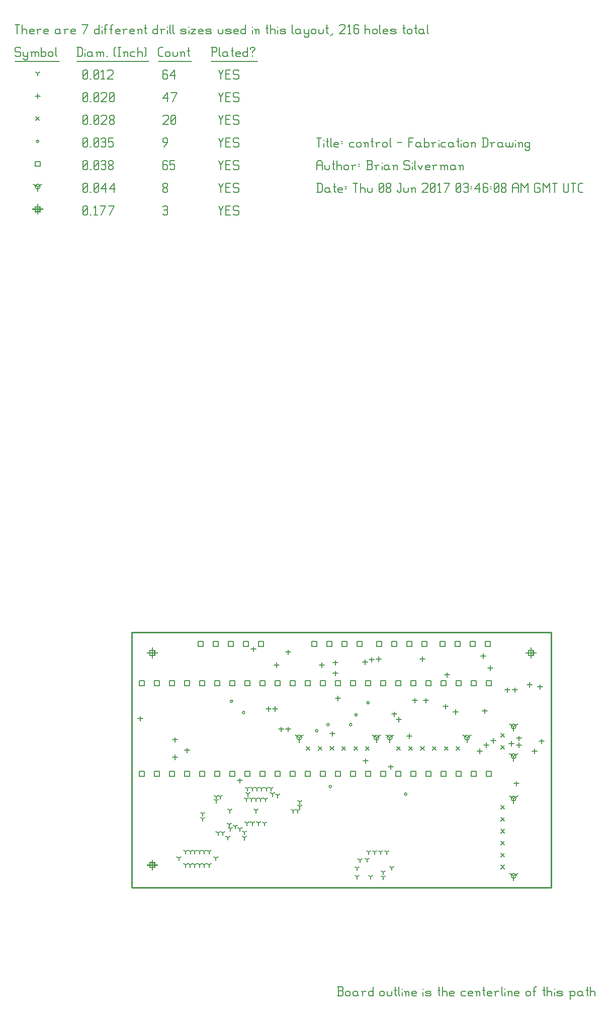
<source format=gbr>
G04 start of page 12 for group -3984 idx -3984 *
G04 Title: control, fab *
G04 Creator: pcb 20140316 *
G04 CreationDate: Thu 08 Jun 2017 03:46:08 AM GMT UTC *
G04 For: brian *
G04 Format: Gerber/RS-274X *
G04 PCB-Dimensions (mil): 6000.00 5000.00 *
G04 PCB-Coordinate-Origin: lower left *
%MOIN*%
%FSLAX25Y25*%
%LNFAB*%
%ADD97C,0.0100*%
%ADD96C,0.0075*%
%ADD95C,0.0060*%
%ADD94R,0.0080X0.0080*%
G54D94*X342000Y220700D02*Y214300D01*
X338800Y217500D02*X345200D01*
X340400Y219100D02*X343600D01*
X340400D02*Y215900D01*
X343600D01*
Y219100D02*Y215900D01*
X91000Y220700D02*Y214300D01*
X87800Y217500D02*X94200D01*
X89400Y219100D02*X92600D01*
X89400D02*Y215900D01*
X92600D01*
Y219100D02*Y215900D01*
X91000Y80200D02*Y73800D01*
X87800Y77000D02*X94200D01*
X89400Y78600D02*X92600D01*
X89400D02*Y75400D01*
X92600D01*
Y78600D02*Y75400D01*
X15000Y514450D02*Y508050D01*
X11800Y511250D02*X18200D01*
X13400Y512850D02*X16600D01*
X13400D02*Y509650D01*
X16600D01*
Y512850D02*Y509650D01*
G54D95*X135000Y513500D02*X136500Y510500D01*
X138000Y513500D01*
X136500Y510500D02*Y507500D01*
X139800Y510800D02*X142050D01*
X139800Y507500D02*X142800D01*
X139800Y513500D02*Y507500D01*
Y513500D02*X142800D01*
X147600D02*X148350Y512750D01*
X145350Y513500D02*X147600D01*
X144600Y512750D02*X145350Y513500D01*
X144600Y512750D02*Y511250D01*
X145350Y510500D01*
X147600D01*
X148350Y509750D01*
Y508250D01*
X147600Y507500D02*X148350Y508250D01*
X145350Y507500D02*X147600D01*
X144600Y508250D02*X145350Y507500D01*
X98000Y512750D02*X98750Y513500D01*
X100250D01*
X101000Y512750D01*
X100250Y507500D02*X101000Y508250D01*
X98750Y507500D02*X100250D01*
X98000Y508250D02*X98750Y507500D01*
Y510800D02*X100250D01*
X101000Y512750D02*Y511550D01*
Y510050D02*Y508250D01*
Y510050D02*X100250Y510800D01*
X101000Y511550D02*X100250Y510800D01*
X45000Y508250D02*X45750Y507500D01*
X45000Y512750D02*Y508250D01*
Y512750D02*X45750Y513500D01*
X47250D01*
X48000Y512750D01*
Y508250D01*
X47250Y507500D02*X48000Y508250D01*
X45750Y507500D02*X47250D01*
X45000Y509000D02*X48000Y512000D01*
X49800Y507500D02*X50550D01*
X52350Y512300D02*X53550Y513500D01*
Y507500D01*
X52350D02*X54600D01*
X57150D02*X60150Y513500D01*
X56400D02*X60150D01*
X62700Y507500D02*X65700Y513500D01*
X61950D02*X65700D01*
X239591Y161484D02*Y158284D01*
Y161484D02*X242364Y163084D01*
X239591Y161484D02*X236818Y163084D01*
X237991Y161484D02*G75*G03X241191Y161484I1600J0D01*G01*
G75*G03X237991Y161484I-1600J0D01*G01*
X188409D02*Y158284D01*
Y161484D02*X191182Y163084D01*
X188409Y161484D02*X185636Y163084D01*
X186809Y161484D02*G75*G03X190009Y161484I1600J0D01*G01*
G75*G03X186809Y161484I-1600J0D01*G01*
X330484Y149157D02*Y145957D01*
Y149157D02*X333257Y150757D01*
X330484Y149157D02*X327711Y150757D01*
X328884Y149157D02*G75*G03X332084Y149157I1600J0D01*G01*
G75*G03X328884Y149157I-1600J0D01*G01*
X330484Y168843D02*Y165643D01*
Y168843D02*X333257Y170443D01*
X330484Y168843D02*X327711Y170443D01*
X328884Y168843D02*G75*G03X332084Y168843I1600J0D01*G01*
G75*G03X328884Y168843I-1600J0D01*G01*
X330484Y69909D02*Y66709D01*
Y69909D02*X333257Y71509D01*
X330484Y69909D02*X327711Y71509D01*
X328884Y69909D02*G75*G03X332084Y69909I1600J0D01*G01*
G75*G03X328884Y69909I-1600J0D01*G01*
X330484Y121091D02*Y117891D01*
Y121091D02*X333257Y122691D01*
X330484Y121091D02*X327711Y122691D01*
X328884Y121091D02*G75*G03X332084Y121091I1600J0D01*G01*
G75*G03X328884Y121091I-1600J0D01*G01*
X299591Y161484D02*Y158284D01*
Y161484D02*X302364Y163084D01*
X299591Y161484D02*X296818Y163084D01*
X297991Y161484D02*G75*G03X301191Y161484I1600J0D01*G01*
G75*G03X297991Y161484I-1600J0D01*G01*
X248409D02*Y158284D01*
Y161484D02*X251182Y163084D01*
X248409Y161484D02*X245636Y163084D01*
X246809Y161484D02*G75*G03X250009Y161484I1600J0D01*G01*
G75*G03X246809Y161484I-1600J0D01*G01*
X15000Y526250D02*Y523050D01*
Y526250D02*X17773Y527850D01*
X15000Y526250D02*X12227Y527850D01*
X13400Y526250D02*G75*G03X16600Y526250I1600J0D01*G01*
G75*G03X13400Y526250I-1600J0D01*G01*
X135000Y528500D02*X136500Y525500D01*
X138000Y528500D01*
X136500Y525500D02*Y522500D01*
X139800Y525800D02*X142050D01*
X139800Y522500D02*X142800D01*
X139800Y528500D02*Y522500D01*
Y528500D02*X142800D01*
X147600D02*X148350Y527750D01*
X145350Y528500D02*X147600D01*
X144600Y527750D02*X145350Y528500D01*
X144600Y527750D02*Y526250D01*
X145350Y525500D01*
X147600D01*
X148350Y524750D01*
Y523250D01*
X147600Y522500D02*X148350Y523250D01*
X145350Y522500D02*X147600D01*
X144600Y523250D02*X145350Y522500D01*
X98000Y523250D02*X98750Y522500D01*
X98000Y524450D02*Y523250D01*
Y524450D02*X99050Y525500D01*
X99950D01*
X101000Y524450D01*
Y523250D01*
X100250Y522500D02*X101000Y523250D01*
X98750Y522500D02*X100250D01*
X98000Y526550D02*X99050Y525500D01*
X98000Y527750D02*Y526550D01*
Y527750D02*X98750Y528500D01*
X100250D01*
X101000Y527750D01*
Y526550D01*
X99950Y525500D02*X101000Y526550D01*
X45000Y523250D02*X45750Y522500D01*
X45000Y527750D02*Y523250D01*
Y527750D02*X45750Y528500D01*
X47250D01*
X48000Y527750D01*
Y523250D01*
X47250Y522500D02*X48000Y523250D01*
X45750Y522500D02*X47250D01*
X45000Y524000D02*X48000Y527000D01*
X49800Y522500D02*X50550D01*
X52350Y523250D02*X53100Y522500D01*
X52350Y527750D02*Y523250D01*
Y527750D02*X53100Y528500D01*
X54600D01*
X55350Y527750D01*
Y523250D01*
X54600Y522500D02*X55350Y523250D01*
X53100Y522500D02*X54600D01*
X52350Y524000D02*X55350Y527000D01*
X57150Y524750D02*X60150Y528500D01*
X57150Y524750D02*X60900D01*
X60150Y528500D02*Y522500D01*
X62700Y524750D02*X65700Y528500D01*
X62700Y524750D02*X66450D01*
X65700Y528500D02*Y522500D01*
X239900Y225100D02*X243100D01*
X239900D02*Y221900D01*
X243100D01*
Y225100D02*Y221900D01*
X249900Y225100D02*X253100D01*
X249900D02*Y221900D01*
X253100D01*
Y225100D02*Y221900D01*
X259900Y225100D02*X263100D01*
X259900D02*Y221900D01*
X263100D01*
Y225100D02*Y221900D01*
X269900Y225100D02*X273100D01*
X269900D02*Y221900D01*
X273100D01*
Y225100D02*Y221900D01*
X196900Y225100D02*X200100D01*
X196900D02*Y221900D01*
X200100D01*
Y225100D02*Y221900D01*
X206900Y225100D02*X210100D01*
X206900D02*Y221900D01*
X210100D01*
Y225100D02*Y221900D01*
X216900Y225100D02*X220100D01*
X216900D02*Y221900D01*
X220100D01*
Y225100D02*Y221900D01*
X226900Y225100D02*X230100D01*
X226900D02*Y221900D01*
X230100D01*
Y225100D02*Y221900D01*
X311900Y225100D02*X315100D01*
X311900D02*Y221900D01*
X315100D01*
Y225100D02*Y221900D01*
X301900Y225100D02*X305100D01*
X301900D02*Y221900D01*
X305100D01*
Y225100D02*Y221900D01*
X291900Y225100D02*X295100D01*
X291900D02*Y221900D01*
X295100D01*
Y225100D02*Y221900D01*
X281900Y225100D02*X285100D01*
X281900D02*Y221900D01*
X285100D01*
Y225100D02*Y221900D01*
X121400Y225100D02*X124600D01*
X121400D02*Y221900D01*
X124600D01*
Y225100D02*Y221900D01*
X131400Y225100D02*X134600D01*
X131400D02*Y221900D01*
X134600D01*
Y225100D02*Y221900D01*
X141400Y225100D02*X144600D01*
X141400D02*Y221900D01*
X144600D01*
Y225100D02*Y221900D01*
X151400Y225100D02*X154600D01*
X151400D02*Y221900D01*
X154600D01*
Y225100D02*Y221900D01*
X161400Y225100D02*X164600D01*
X161400D02*Y221900D01*
X164600D01*
Y225100D02*Y221900D01*
X82400Y139100D02*X85600D01*
X82400D02*Y135900D01*
X85600D01*
Y139100D02*Y135900D01*
X92400Y139100D02*X95600D01*
X92400D02*Y135900D01*
X95600D01*
Y139100D02*Y135900D01*
X102400Y139100D02*X105600D01*
X102400D02*Y135900D01*
X105600D01*
Y139100D02*Y135900D01*
X112400Y139100D02*X115600D01*
X112400D02*Y135900D01*
X115600D01*
Y139100D02*Y135900D01*
X122400Y139100D02*X125600D01*
X122400D02*Y135900D01*
X125600D01*
Y139100D02*Y135900D01*
X132400Y139100D02*X135600D01*
X132400D02*Y135900D01*
X135600D01*
Y139100D02*Y135900D01*
X142400Y139100D02*X145600D01*
X142400D02*Y135900D01*
X145600D01*
Y139100D02*Y135900D01*
X152400Y139100D02*X155600D01*
X152400D02*Y135900D01*
X155600D01*
Y139100D02*Y135900D01*
X162400Y139100D02*X165600D01*
X162400D02*Y135900D01*
X165600D01*
Y139100D02*Y135900D01*
X172400Y139100D02*X175600D01*
X172400D02*Y135900D01*
X175600D01*
Y139100D02*Y135900D01*
X182400Y139100D02*X185600D01*
X182400D02*Y135900D01*
X185600D01*
Y139100D02*Y135900D01*
X192400Y139100D02*X195600D01*
X192400D02*Y135900D01*
X195600D01*
Y139100D02*Y135900D01*
X202400Y139100D02*X205600D01*
X202400D02*Y135900D01*
X205600D01*
Y139100D02*Y135900D01*
X212400Y139100D02*X215600D01*
X212400D02*Y135900D01*
X215600D01*
Y139100D02*Y135900D01*
X222400Y139100D02*X225600D01*
X222400D02*Y135900D01*
X225600D01*
Y139100D02*Y135900D01*
X232400Y139100D02*X235600D01*
X232400D02*Y135900D01*
X235600D01*
Y139100D02*Y135900D01*
X242400Y139100D02*X245600D01*
X242400D02*Y135900D01*
X245600D01*
Y139100D02*Y135900D01*
X252400Y139100D02*X255600D01*
X252400D02*Y135900D01*
X255600D01*
Y139100D02*Y135900D01*
X262400Y139100D02*X265600D01*
X262400D02*Y135900D01*
X265600D01*
Y139100D02*Y135900D01*
X272400Y139100D02*X275600D01*
X272400D02*Y135900D01*
X275600D01*
Y139100D02*Y135900D01*
X282400Y139100D02*X285600D01*
X282400D02*Y135900D01*
X285600D01*
Y139100D02*Y135900D01*
X292400Y139100D02*X295600D01*
X292400D02*Y135900D01*
X295600D01*
Y139100D02*Y135900D01*
X302400Y139100D02*X305600D01*
X302400D02*Y135900D01*
X305600D01*
Y139100D02*Y135900D01*
X312400Y139100D02*X315600D01*
X312400D02*Y135900D01*
X315600D01*
Y139100D02*Y135900D01*
X312400Y199100D02*X315600D01*
X312400D02*Y195900D01*
X315600D01*
Y199100D02*Y195900D01*
X302400Y199100D02*X305600D01*
X302400D02*Y195900D01*
X305600D01*
Y199100D02*Y195900D01*
X292400Y199100D02*X295600D01*
X292400D02*Y195900D01*
X295600D01*
Y199100D02*Y195900D01*
X282400Y199100D02*X285600D01*
X282400D02*Y195900D01*
X285600D01*
Y199100D02*Y195900D01*
X272400Y199100D02*X275600D01*
X272400D02*Y195900D01*
X275600D01*
Y199100D02*Y195900D01*
X262400Y199100D02*X265600D01*
X262400D02*Y195900D01*
X265600D01*
Y199100D02*Y195900D01*
X252400Y199100D02*X255600D01*
X252400D02*Y195900D01*
X255600D01*
Y199100D02*Y195900D01*
X242400Y199100D02*X245600D01*
X242400D02*Y195900D01*
X245600D01*
Y199100D02*Y195900D01*
X232400Y199100D02*X235600D01*
X232400D02*Y195900D01*
X235600D01*
Y199100D02*Y195900D01*
X222400Y199100D02*X225600D01*
X222400D02*Y195900D01*
X225600D01*
Y199100D02*Y195900D01*
X212400Y199100D02*X215600D01*
X212400D02*Y195900D01*
X215600D01*
Y199100D02*Y195900D01*
X202400Y199100D02*X205600D01*
X202400D02*Y195900D01*
X205600D01*
Y199100D02*Y195900D01*
X192400Y199100D02*X195600D01*
X192400D02*Y195900D01*
X195600D01*
Y199100D02*Y195900D01*
X182400Y199100D02*X185600D01*
X182400D02*Y195900D01*
X185600D01*
Y199100D02*Y195900D01*
X172400Y199100D02*X175600D01*
X172400D02*Y195900D01*
X175600D01*
Y199100D02*Y195900D01*
X162400Y199100D02*X165600D01*
X162400D02*Y195900D01*
X165600D01*
Y199100D02*Y195900D01*
X152400Y199100D02*X155600D01*
X152400D02*Y195900D01*
X155600D01*
Y199100D02*Y195900D01*
X142400Y199100D02*X145600D01*
X142400D02*Y195900D01*
X145600D01*
Y199100D02*Y195900D01*
X132400Y199100D02*X135600D01*
X132400D02*Y195900D01*
X135600D01*
Y199100D02*Y195900D01*
X122400Y199100D02*X125600D01*
X122400D02*Y195900D01*
X125600D01*
Y199100D02*Y195900D01*
X112400Y199100D02*X115600D01*
X112400D02*Y195900D01*
X115600D01*
Y199100D02*Y195900D01*
X102400Y199100D02*X105600D01*
X102400D02*Y195900D01*
X105600D01*
Y199100D02*Y195900D01*
X92400Y199100D02*X95600D01*
X92400D02*Y195900D01*
X95600D01*
Y199100D02*Y195900D01*
X82400Y199100D02*X85600D01*
X82400D02*Y195900D01*
X85600D01*
Y199100D02*Y195900D01*
X13400Y542850D02*X16600D01*
X13400D02*Y539650D01*
X16600D01*
Y542850D02*Y539650D01*
X135000Y543500D02*X136500Y540500D01*
X138000Y543500D01*
X136500Y540500D02*Y537500D01*
X139800Y540800D02*X142050D01*
X139800Y537500D02*X142800D01*
X139800Y543500D02*Y537500D01*
Y543500D02*X142800D01*
X147600D02*X148350Y542750D01*
X145350Y543500D02*X147600D01*
X144600Y542750D02*X145350Y543500D01*
X144600Y542750D02*Y541250D01*
X145350Y540500D01*
X147600D01*
X148350Y539750D01*
Y538250D01*
X147600Y537500D02*X148350Y538250D01*
X145350Y537500D02*X147600D01*
X144600Y538250D02*X145350Y537500D01*
X100250Y543500D02*X101000Y542750D01*
X98750Y543500D02*X100250D01*
X98000Y542750D02*X98750Y543500D01*
X98000Y542750D02*Y538250D01*
X98750Y537500D01*
X100250Y540800D02*X101000Y540050D01*
X98000Y540800D02*X100250D01*
X98750Y537500D02*X100250D01*
X101000Y538250D01*
Y540050D02*Y538250D01*
X102800Y543500D02*X105800D01*
X102800D02*Y540500D01*
X103550Y541250D01*
X105050D01*
X105800Y540500D01*
Y538250D01*
X105050Y537500D02*X105800Y538250D01*
X103550Y537500D02*X105050D01*
X102800Y538250D02*X103550Y537500D01*
X45000Y538250D02*X45750Y537500D01*
X45000Y542750D02*Y538250D01*
Y542750D02*X45750Y543500D01*
X47250D01*
X48000Y542750D01*
Y538250D01*
X47250Y537500D02*X48000Y538250D01*
X45750Y537500D02*X47250D01*
X45000Y539000D02*X48000Y542000D01*
X49800Y537500D02*X50550D01*
X52350Y538250D02*X53100Y537500D01*
X52350Y542750D02*Y538250D01*
Y542750D02*X53100Y543500D01*
X54600D01*
X55350Y542750D01*
Y538250D01*
X54600Y537500D02*X55350Y538250D01*
X53100Y537500D02*X54600D01*
X52350Y539000D02*X55350Y542000D01*
X57150Y542750D02*X57900Y543500D01*
X59400D01*
X60150Y542750D01*
X59400Y537500D02*X60150Y538250D01*
X57900Y537500D02*X59400D01*
X57150Y538250D02*X57900Y537500D01*
Y540800D02*X59400D01*
X60150Y542750D02*Y541550D01*
Y540050D02*Y538250D01*
Y540050D02*X59400Y540800D01*
X60150Y541550D02*X59400Y540800D01*
X61950Y538250D02*X62700Y537500D01*
X61950Y539450D02*Y538250D01*
Y539450D02*X63000Y540500D01*
X63900D01*
X64950Y539450D01*
Y538250D01*
X64200Y537500D02*X64950Y538250D01*
X62700Y537500D02*X64200D01*
X61950Y541550D02*X63000Y540500D01*
X61950Y542750D02*Y541550D01*
Y542750D02*X62700Y543500D01*
X64200D01*
X64950Y542750D01*
Y541550D01*
X63900Y540500D02*X64950Y541550D01*
X150700Y178000D02*G75*G03X152300Y178000I800J0D01*G01*
G75*G03X150700Y178000I-800J0D01*G01*
X142700Y185500D02*G75*G03X144300Y185500I800J0D01*G01*
G75*G03X142700Y185500I-800J0D01*G01*
X199200Y166000D02*G75*G03X200800Y166000I800J0D01*G01*
G75*G03X199200Y166000I-800J0D01*G01*
X208200Y129000D02*G75*G03X209800Y129000I800J0D01*G01*
G75*G03X208200Y129000I-800J0D01*G01*
X221700Y170000D02*G75*G03X223300Y170000I800J0D01*G01*
G75*G03X221700Y170000I-800J0D01*G01*
X233200Y184500D02*G75*G03X234800Y184500I800J0D01*G01*
G75*G03X233200Y184500I-800J0D01*G01*
X206700Y170000D02*G75*G03X208300Y170000I800J0D01*G01*
G75*G03X206700Y170000I-800J0D01*G01*
X258200Y124000D02*G75*G03X259800Y124000I800J0D01*G01*
G75*G03X258200Y124000I-800J0D01*G01*
X225200Y176500D02*G75*G03X226800Y176500I800J0D01*G01*
G75*G03X225200Y176500I-800J0D01*G01*
X14200Y556250D02*G75*G03X15800Y556250I800J0D01*G01*
G75*G03X14200Y556250I-800J0D01*G01*
X135000Y558500D02*X136500Y555500D01*
X138000Y558500D01*
X136500Y555500D02*Y552500D01*
X139800Y555800D02*X142050D01*
X139800Y552500D02*X142800D01*
X139800Y558500D02*Y552500D01*
Y558500D02*X142800D01*
X147600D02*X148350Y557750D01*
X145350Y558500D02*X147600D01*
X144600Y557750D02*X145350Y558500D01*
X144600Y557750D02*Y556250D01*
X145350Y555500D01*
X147600D01*
X148350Y554750D01*
Y553250D01*
X147600Y552500D02*X148350Y553250D01*
X145350Y552500D02*X147600D01*
X144600Y553250D02*X145350Y552500D01*
X98750D02*X101000Y555500D01*
Y557750D02*Y555500D01*
X100250Y558500D02*X101000Y557750D01*
X98750Y558500D02*X100250D01*
X98000Y557750D02*X98750Y558500D01*
X98000Y557750D02*Y556250D01*
X98750Y555500D01*
X101000D01*
X45000Y553250D02*X45750Y552500D01*
X45000Y557750D02*Y553250D01*
Y557750D02*X45750Y558500D01*
X47250D01*
X48000Y557750D01*
Y553250D01*
X47250Y552500D02*X48000Y553250D01*
X45750Y552500D02*X47250D01*
X45000Y554000D02*X48000Y557000D01*
X49800Y552500D02*X50550D01*
X52350Y553250D02*X53100Y552500D01*
X52350Y557750D02*Y553250D01*
Y557750D02*X53100Y558500D01*
X54600D01*
X55350Y557750D01*
Y553250D01*
X54600Y552500D02*X55350Y553250D01*
X53100Y552500D02*X54600D01*
X52350Y554000D02*X55350Y557000D01*
X57150Y557750D02*X57900Y558500D01*
X59400D01*
X60150Y557750D01*
X59400Y552500D02*X60150Y553250D01*
X57900Y552500D02*X59400D01*
X57150Y553250D02*X57900Y552500D01*
Y555800D02*X59400D01*
X60150Y557750D02*Y556550D01*
Y555050D02*Y553250D01*
Y555050D02*X59400Y555800D01*
X60150Y556550D02*X59400Y555800D01*
X61950Y558500D02*X64950D01*
X61950D02*Y555500D01*
X62700Y556250D01*
X64200D01*
X64950Y555500D01*
Y553250D01*
X64200Y552500D02*X64950Y553250D01*
X62700Y552500D02*X64200D01*
X61950Y553250D02*X62700Y552500D01*
X232485Y155417D02*X234885Y153017D01*
X232485D02*X234885Y155417D01*
X224611D02*X227011Y153017D01*
X224611D02*X227011Y155417D01*
X216737D02*X219137Y153017D01*
X216737D02*X219137Y155417D01*
X208863D02*X211263Y153017D01*
X208863D02*X211263Y155417D01*
X200989D02*X203389Y153017D01*
X200989D02*X203389Y155417D01*
X193115D02*X195515Y153017D01*
X193115D02*X195515Y155417D01*
X322017Y156263D02*X324417Y153863D01*
X322017D02*X324417Y156263D01*
X322017Y164137D02*X324417Y161737D01*
X322017D02*X324417Y164137D01*
X322017Y77015D02*X324417Y74615D01*
X322017D02*X324417Y77015D01*
X322017Y84889D02*X324417Y82489D01*
X322017D02*X324417Y84889D01*
X322017Y92763D02*X324417Y90363D01*
X322017D02*X324417Y92763D01*
X322017Y100637D02*X324417Y98237D01*
X322017D02*X324417Y100637D01*
X322017Y108511D02*X324417Y106111D01*
X322017D02*X324417Y108511D01*
X322017Y116385D02*X324417Y113985D01*
X322017D02*X324417Y116385D01*
X292485Y155417D02*X294885Y153017D01*
X292485D02*X294885Y155417D01*
X284611D02*X287011Y153017D01*
X284611D02*X287011Y155417D01*
X276737D02*X279137Y153017D01*
X276737D02*X279137Y155417D01*
X268863D02*X271263Y153017D01*
X268863D02*X271263Y155417D01*
X260989D02*X263389Y153017D01*
X260989D02*X263389Y155417D01*
X253115D02*X255515Y153017D01*
X253115D02*X255515Y155417D01*
X13800Y572450D02*X16200Y570050D01*
X13800D02*X16200Y572450D01*
X135000Y573500D02*X136500Y570500D01*
X138000Y573500D01*
X136500Y570500D02*Y567500D01*
X139800Y570800D02*X142050D01*
X139800Y567500D02*X142800D01*
X139800Y573500D02*Y567500D01*
Y573500D02*X142800D01*
X147600D02*X148350Y572750D01*
X145350Y573500D02*X147600D01*
X144600Y572750D02*X145350Y573500D01*
X144600Y572750D02*Y571250D01*
X145350Y570500D01*
X147600D01*
X148350Y569750D01*
Y568250D01*
X147600Y567500D02*X148350Y568250D01*
X145350Y567500D02*X147600D01*
X144600Y568250D02*X145350Y567500D01*
X98000Y572750D02*X98750Y573500D01*
X101000D01*
X101750Y572750D01*
Y571250D01*
X98000Y567500D02*X101750Y571250D01*
X98000Y567500D02*X101750D01*
X103550Y568250D02*X104300Y567500D01*
X103550Y572750D02*Y568250D01*
Y572750D02*X104300Y573500D01*
X105800D01*
X106550Y572750D01*
Y568250D01*
X105800Y567500D02*X106550Y568250D01*
X104300Y567500D02*X105800D01*
X103550Y569000D02*X106550Y572000D01*
X45000Y568250D02*X45750Y567500D01*
X45000Y572750D02*Y568250D01*
Y572750D02*X45750Y573500D01*
X47250D01*
X48000Y572750D01*
Y568250D01*
X47250Y567500D02*X48000Y568250D01*
X45750Y567500D02*X47250D01*
X45000Y569000D02*X48000Y572000D01*
X49800Y567500D02*X50550D01*
X52350Y568250D02*X53100Y567500D01*
X52350Y572750D02*Y568250D01*
Y572750D02*X53100Y573500D01*
X54600D01*
X55350Y572750D01*
Y568250D01*
X54600Y567500D02*X55350Y568250D01*
X53100Y567500D02*X54600D01*
X52350Y569000D02*X55350Y572000D01*
X57150Y572750D02*X57900Y573500D01*
X60150D01*
X60900Y572750D01*
Y571250D01*
X57150Y567500D02*X60900Y571250D01*
X57150Y567500D02*X60900D01*
X62700Y568250D02*X63450Y567500D01*
X62700Y569450D02*Y568250D01*
Y569450D02*X63750Y570500D01*
X64650D01*
X65700Y569450D01*
Y568250D01*
X64950Y567500D02*X65700Y568250D01*
X63450Y567500D02*X64950D01*
X62700Y571550D02*X63750Y570500D01*
X62700Y572750D02*Y571550D01*
Y572750D02*X63450Y573500D01*
X64950D01*
X65700Y572750D01*
Y571550D01*
X64650Y570500D02*X65700Y571550D01*
X332500Y132600D02*Y129400D01*
X330900Y131000D02*X334100D01*
X181000Y219600D02*Y216400D01*
X179400Y218000D02*X182600D01*
X241000Y215100D02*Y211900D01*
X239400Y213500D02*X242600D01*
X173500Y211100D02*Y207900D01*
X171900Y209500D02*X175100D01*
X158000Y221600D02*Y218400D01*
X156400Y220000D02*X159600D01*
X214000Y189100D02*Y185900D01*
X212400Y187500D02*X215600D01*
X232500Y147600D02*Y144400D01*
X230900Y146000D02*X234100D01*
X249000Y143600D02*Y140400D01*
X247400Y142000D02*X250600D01*
X261500Y164100D02*Y160900D01*
X259900Y162500D02*X263100D01*
X212500Y212600D02*Y209400D01*
X210900Y211000D02*X214100D01*
X168000Y182100D02*Y178900D01*
X166400Y180500D02*X169600D01*
X172500Y182100D02*Y178900D01*
X170900Y180500D02*X174100D01*
X181000Y168600D02*Y165400D01*
X179400Y167000D02*X182600D01*
X176500Y168600D02*Y165400D01*
X174900Y167000D02*X178100D01*
X317000Y161100D02*Y157900D01*
X315400Y159500D02*X318600D01*
X265000Y187600D02*Y184400D01*
X263400Y186000D02*X266600D01*
X272500Y187600D02*Y184400D01*
X270900Y186000D02*X274100D01*
X203500Y211100D02*Y207900D01*
X201900Y209500D02*X205100D01*
X212500Y205600D02*Y202400D01*
X210900Y204000D02*X214100D01*
X232000Y213100D02*Y209900D01*
X230400Y211500D02*X233600D01*
X236500Y214600D02*Y211400D01*
X234900Y213000D02*X238100D01*
X286500Y204600D02*Y201400D01*
X284900Y203000D02*X288100D01*
X270000Y215100D02*Y211900D01*
X268400Y213500D02*X271600D01*
X310500Y217100D02*Y213900D01*
X308900Y215500D02*X312100D01*
X341000Y198100D02*Y194900D01*
X339400Y196500D02*X342600D01*
X315000Y209100D02*Y205900D01*
X313400Y207500D02*X316600D01*
X311500Y180600D02*Y177400D01*
X309900Y179000D02*X313100D01*
X326500Y194600D02*Y191400D01*
X324900Y193000D02*X328100D01*
X331500Y194600D02*Y191400D01*
X329900Y193000D02*X333100D01*
X106000Y150100D02*Y146900D01*
X104400Y148500D02*X107600D01*
X83000Y175600D02*Y172400D01*
X81400Y174000D02*X84600D01*
X106000Y161600D02*Y158400D01*
X104400Y160000D02*X107600D01*
X149000Y134600D02*Y131400D01*
X147400Y133000D02*X150600D01*
X114000Y154600D02*Y151400D01*
X112400Y153000D02*X115600D01*
X308000Y154100D02*Y150900D01*
X306400Y152500D02*X309600D01*
X312500Y158100D02*Y154900D01*
X310900Y156500D02*X314100D01*
X344500Y154100D02*Y150900D01*
X342900Y152500D02*X346100D01*
X348000Y196600D02*Y193400D01*
X346400Y195000D02*X349600D01*
X349000Y160600D02*Y157400D01*
X347400Y159000D02*X350600D01*
X334000Y158100D02*Y154900D01*
X332400Y156500D02*X335600D01*
X334000Y162600D02*Y159400D01*
X332400Y161000D02*X335600D01*
X329000Y159000D02*Y155800D01*
X327400Y157400D02*X330600D01*
X292000Y180100D02*Y176900D01*
X290400Y178500D02*X293600D01*
X210500Y165600D02*Y162400D01*
X208900Y164000D02*X212100D01*
X254500Y175100D02*Y171900D01*
X252900Y173500D02*X256100D01*
X251500Y178600D02*Y175400D01*
X249900Y177000D02*X253100D01*
X285500Y183600D02*Y180400D01*
X283900Y182000D02*X287100D01*
X15000Y587850D02*Y584650D01*
X13400Y586250D02*X16600D01*
X135000Y588500D02*X136500Y585500D01*
X138000Y588500D01*
X136500Y585500D02*Y582500D01*
X139800Y585800D02*X142050D01*
X139800Y582500D02*X142800D01*
X139800Y588500D02*Y582500D01*
Y588500D02*X142800D01*
X147600D02*X148350Y587750D01*
X145350Y588500D02*X147600D01*
X144600Y587750D02*X145350Y588500D01*
X144600Y587750D02*Y586250D01*
X145350Y585500D01*
X147600D01*
X148350Y584750D01*
Y583250D01*
X147600Y582500D02*X148350Y583250D01*
X145350Y582500D02*X147600D01*
X144600Y583250D02*X145350Y582500D01*
X98000Y584750D02*X101000Y588500D01*
X98000Y584750D02*X101750D01*
X101000Y588500D02*Y582500D01*
X104300D02*X107300Y588500D01*
X103550D02*X107300D01*
X45000Y583250D02*X45750Y582500D01*
X45000Y587750D02*Y583250D01*
Y587750D02*X45750Y588500D01*
X47250D01*
X48000Y587750D01*
Y583250D01*
X47250Y582500D02*X48000Y583250D01*
X45750Y582500D02*X47250D01*
X45000Y584000D02*X48000Y587000D01*
X49800Y582500D02*X50550D01*
X52350Y583250D02*X53100Y582500D01*
X52350Y587750D02*Y583250D01*
Y587750D02*X53100Y588500D01*
X54600D01*
X55350Y587750D01*
Y583250D01*
X54600Y582500D02*X55350Y583250D01*
X53100Y582500D02*X54600D01*
X52350Y584000D02*X55350Y587000D01*
X57150Y587750D02*X57900Y588500D01*
X60150D01*
X60900Y587750D01*
Y586250D01*
X57150Y582500D02*X60900Y586250D01*
X57150Y582500D02*X60900D01*
X62700Y583250D02*X63450Y582500D01*
X62700Y587750D02*Y583250D01*
Y587750D02*X63450Y588500D01*
X64950D01*
X65700Y587750D01*
Y583250D01*
X64950Y582500D02*X65700Y583250D01*
X63450Y582500D02*X64950D01*
X62700Y584000D02*X65700Y587000D01*
X234500Y85700D02*Y84100D01*
Y85700D02*X235887Y86500D01*
X234500Y85700D02*X233113Y86500D01*
X235700Y69400D02*Y67800D01*
Y69400D02*X237087Y70200D01*
X235700Y69400D02*X234313Y70200D01*
X226700Y75100D02*Y73500D01*
Y75100D02*X228087Y75900D01*
X226700Y75100D02*X225313Y75900D01*
X226700Y69400D02*Y67800D01*
Y69400D02*X228087Y70200D01*
X226700Y69400D02*X225313Y70200D01*
X228600Y80400D02*Y78800D01*
Y80400D02*X229987Y81200D01*
X228600Y80400D02*X227213Y81200D01*
X233400Y80800D02*Y79200D01*
Y80800D02*X234787Y81600D01*
X233400Y80800D02*X232013Y81600D01*
X238500Y85700D02*Y84100D01*
Y85700D02*X239887Y86500D01*
X238500Y85700D02*X237113Y86500D01*
X242300Y85700D02*Y84100D01*
Y85700D02*X243687Y86500D01*
X242300Y85700D02*X240913Y86500D01*
X246300Y85700D02*Y84100D01*
Y85700D02*X247687Y86500D01*
X246300Y85700D02*X244913Y86500D01*
X249800Y75300D02*Y73700D01*
Y75300D02*X251187Y76100D01*
X249800Y75300D02*X248413Y76100D01*
X244000Y72400D02*Y70800D01*
Y72400D02*X245387Y73200D01*
X244000Y72400D02*X242613Y73200D01*
X244000Y69000D02*Y67400D01*
Y69000D02*X245387Y69800D01*
X244000Y69000D02*X242613Y69800D01*
X122300Y77200D02*Y75600D01*
Y77200D02*X123687Y78000D01*
X122300Y77200D02*X120913Y78000D01*
X128600Y77200D02*Y75600D01*
Y77200D02*X129987Y78000D01*
X128600Y77200D02*X127213Y78000D01*
X125400Y77200D02*Y75600D01*
Y77200D02*X126787Y78000D01*
X125400Y77200D02*X124013Y78000D01*
X119200Y77200D02*Y75600D01*
Y77200D02*X120587Y78000D01*
X119200Y77200D02*X117813Y78000D01*
X116200Y77200D02*Y75600D01*
Y77200D02*X117587Y78000D01*
X116200Y77200D02*X114813Y78000D01*
X113200Y77200D02*Y75600D01*
Y77200D02*X114587Y78000D01*
X113200Y77200D02*X111813Y78000D01*
X116300Y86100D02*Y84500D01*
Y86100D02*X117687Y86900D01*
X116300Y86100D02*X114913Y86900D01*
X133200Y81700D02*Y80100D01*
Y81700D02*X134587Y82500D01*
X133200Y81700D02*X131813Y82500D01*
X108600Y81700D02*Y80100D01*
Y81700D02*X109987Y82500D01*
X108600Y81700D02*X107213Y82500D01*
X113200Y86100D02*Y84500D01*
Y86100D02*X114587Y86900D01*
X113200Y86100D02*X111813Y86900D01*
X119200Y86100D02*Y84500D01*
Y86100D02*X120587Y86900D01*
X119200Y86100D02*X117813Y86900D01*
X122300Y86100D02*Y84500D01*
Y86100D02*X123687Y86900D01*
X122300Y86100D02*X120913Y86900D01*
X125400Y86100D02*Y84500D01*
Y86100D02*X126787Y86900D01*
X125400Y86100D02*X124013Y86900D01*
X128600Y86000D02*Y84400D01*
Y86000D02*X129987Y86800D01*
X128600Y86000D02*X127213Y86800D01*
X134600Y98500D02*Y96900D01*
Y98500D02*X135987Y99300D01*
X134600Y98500D02*X133213Y99300D01*
X137700Y98500D02*Y96900D01*
Y98500D02*X139087Y99300D01*
X137700Y98500D02*X136313Y99300D01*
X141000Y95300D02*Y93700D01*
Y95300D02*X142387Y96100D01*
X141000Y95300D02*X139613Y96100D01*
X142000Y103900D02*Y102300D01*
Y103900D02*X143387Y104700D01*
X142000Y103900D02*X140613Y104700D01*
X142700Y101000D02*Y99400D01*
Y101000D02*X144087Y101800D01*
X142700Y101000D02*X141313Y101800D01*
X146100Y102600D02*Y101000D01*
Y102600D02*X147487Y103400D01*
X146100Y102600D02*X144713Y103400D01*
X149200Y101000D02*Y99400D01*
Y101000D02*X150587Y101800D01*
X149200Y101000D02*X147813Y101800D01*
X152000Y98700D02*Y97100D01*
Y98700D02*X153387Y99500D01*
X152000Y98700D02*X150613Y99500D01*
X152000Y95200D02*Y93600D01*
Y95200D02*X153387Y96000D01*
X152000Y95200D02*X150613Y96000D01*
X154400Y124200D02*Y122600D01*
Y124200D02*X155787Y125000D01*
X154400Y124200D02*X153013Y125000D01*
X170600Y124200D02*Y122600D01*
Y124200D02*X171987Y125000D01*
X170600Y124200D02*X169213Y125000D01*
X174100Y123200D02*Y121600D01*
Y123200D02*X175487Y124000D01*
X174100Y123200D02*X172713Y124000D01*
X169700Y127800D02*Y126200D01*
Y127800D02*X171087Y128600D01*
X169700Y127800D02*X168313Y128600D01*
X166600Y127800D02*Y126200D01*
Y127800D02*X167987Y128600D01*
X166600Y127800D02*X165213Y128600D01*
X163500Y127800D02*Y126200D01*
Y127800D02*X164887Y128600D01*
X163500Y127800D02*X162113Y128600D01*
X160400Y127800D02*Y126200D01*
Y127800D02*X161787Y128600D01*
X160400Y127800D02*X159013Y128600D01*
X157300Y127800D02*Y126200D01*
Y127800D02*X158687Y128600D01*
X157300Y127800D02*X155913Y128600D01*
X154000Y127800D02*Y126200D01*
Y127800D02*X155387Y128600D01*
X154000Y127800D02*X152613Y128600D01*
X166000Y120600D02*Y119000D01*
Y120600D02*X167387Y121400D01*
X166000Y120600D02*X164613Y121400D01*
X162900Y120700D02*Y119100D01*
Y120700D02*X164287Y121500D01*
X162900Y120700D02*X161513Y121500D01*
X159800Y120700D02*Y119100D01*
Y120700D02*X161187Y121500D01*
X159800Y120700D02*X158413Y121500D01*
X156700Y120700D02*Y119100D01*
Y120700D02*X158087Y121500D01*
X156700Y120700D02*X155313Y121500D01*
X153500Y120700D02*Y119100D01*
Y120700D02*X154887Y121500D01*
X153500Y120700D02*X152113Y121500D01*
X153900Y104900D02*Y103300D01*
Y104900D02*X155287Y105700D01*
X153900Y104900D02*X152513Y105700D01*
X157500Y104900D02*Y103300D01*
Y104900D02*X158887Y105700D01*
X157500Y104900D02*X156113Y105700D01*
X161500Y104900D02*Y103300D01*
Y104900D02*X162887Y105700D01*
X161500Y104900D02*X160113Y105700D01*
X165500Y104800D02*Y103200D01*
Y104800D02*X166887Y105600D01*
X165500Y104800D02*X164113Y105600D01*
X124400Y107800D02*Y106200D01*
Y107800D02*X125787Y108600D01*
X124400Y107800D02*X123013Y108600D01*
X124300Y111000D02*Y109400D01*
Y111000D02*X125687Y111800D01*
X124300Y111000D02*X122913Y111800D01*
X136000Y122500D02*Y120900D01*
Y122500D02*X137387Y123300D01*
X136000Y122500D02*X134613Y123300D01*
X133500Y122300D02*Y120700D01*
Y122300D02*X134887Y123100D01*
X133500Y122300D02*X132113Y123100D01*
X133300Y119800D02*Y118200D01*
Y119800D02*X134687Y120600D01*
X133300Y119800D02*X131913Y120600D01*
X184300Y113000D02*Y111400D01*
Y113000D02*X185687Y113800D01*
X184300Y113000D02*X182913Y113800D01*
X187400Y113100D02*Y111500D01*
Y113100D02*X188787Y113900D01*
X187400Y113100D02*X186013Y113900D01*
X188700Y115900D02*Y114300D01*
Y115900D02*X190087Y116700D01*
X188700Y115900D02*X187313Y116700D01*
X188700Y118900D02*Y117300D01*
Y118900D02*X190087Y119700D01*
X188700Y118900D02*X187313Y119700D01*
X159700Y113200D02*Y111600D01*
Y113200D02*X161087Y114000D01*
X159700Y113200D02*X158313Y114000D01*
X142400Y113200D02*Y111600D01*
Y113200D02*X143787Y114000D01*
X142400Y113200D02*X141013Y114000D01*
X15000Y601250D02*Y599650D01*
Y601250D02*X16387Y602050D01*
X15000Y601250D02*X13613Y602050D01*
X135000Y603500D02*X136500Y600500D01*
X138000Y603500D01*
X136500Y600500D02*Y597500D01*
X139800Y600800D02*X142050D01*
X139800Y597500D02*X142800D01*
X139800Y603500D02*Y597500D01*
Y603500D02*X142800D01*
X147600D02*X148350Y602750D01*
X145350Y603500D02*X147600D01*
X144600Y602750D02*X145350Y603500D01*
X144600Y602750D02*Y601250D01*
X145350Y600500D01*
X147600D01*
X148350Y599750D01*
Y598250D01*
X147600Y597500D02*X148350Y598250D01*
X145350Y597500D02*X147600D01*
X144600Y598250D02*X145350Y597500D01*
X100250Y603500D02*X101000Y602750D01*
X98750Y603500D02*X100250D01*
X98000Y602750D02*X98750Y603500D01*
X98000Y602750D02*Y598250D01*
X98750Y597500D01*
X100250Y600800D02*X101000Y600050D01*
X98000Y600800D02*X100250D01*
X98750Y597500D02*X100250D01*
X101000Y598250D01*
Y600050D02*Y598250D01*
X102800Y599750D02*X105800Y603500D01*
X102800Y599750D02*X106550D01*
X105800Y603500D02*Y597500D01*
X45000Y598250D02*X45750Y597500D01*
X45000Y602750D02*Y598250D01*
Y602750D02*X45750Y603500D01*
X47250D01*
X48000Y602750D01*
Y598250D01*
X47250Y597500D02*X48000Y598250D01*
X45750Y597500D02*X47250D01*
X45000Y599000D02*X48000Y602000D01*
X49800Y597500D02*X50550D01*
X52350Y598250D02*X53100Y597500D01*
X52350Y602750D02*Y598250D01*
Y602750D02*X53100Y603500D01*
X54600D01*
X55350Y602750D01*
Y598250D01*
X54600Y597500D02*X55350Y598250D01*
X53100Y597500D02*X54600D01*
X52350Y599000D02*X55350Y602000D01*
X57150Y602300D02*X58350Y603500D01*
Y597500D01*
X57150D02*X59400D01*
X61200Y602750D02*X61950Y603500D01*
X64200D01*
X64950Y602750D01*
Y601250D01*
X61200Y597500D02*X64950Y601250D01*
X61200Y597500D02*X64950D01*
X3000Y618500D02*X3750Y617750D01*
X750Y618500D02*X3000D01*
X0Y617750D02*X750Y618500D01*
X0Y617750D02*Y616250D01*
X750Y615500D01*
X3000D01*
X3750Y614750D01*
Y613250D01*
X3000Y612500D02*X3750Y613250D01*
X750Y612500D02*X3000D01*
X0Y613250D02*X750Y612500D01*
X5550Y615500D02*Y613250D01*
X6300Y612500D01*
X8550Y615500D02*Y611000D01*
X7800Y610250D02*X8550Y611000D01*
X6300Y610250D02*X7800D01*
X5550Y611000D02*X6300Y610250D01*
Y612500D02*X7800D01*
X8550Y613250D01*
X11100Y614750D02*Y612500D01*
Y614750D02*X11850Y615500D01*
X12600D01*
X13350Y614750D01*
Y612500D01*
Y614750D02*X14100Y615500D01*
X14850D01*
X15600Y614750D01*
Y612500D01*
X10350Y615500D02*X11100Y614750D01*
X17400Y618500D02*Y612500D01*
Y613250D02*X18150Y612500D01*
X19650D01*
X20400Y613250D01*
Y614750D02*Y613250D01*
X19650Y615500D02*X20400Y614750D01*
X18150Y615500D02*X19650D01*
X17400Y614750D02*X18150Y615500D01*
X22200Y614750D02*Y613250D01*
Y614750D02*X22950Y615500D01*
X24450D01*
X25200Y614750D01*
Y613250D01*
X24450Y612500D02*X25200Y613250D01*
X22950Y612500D02*X24450D01*
X22200Y613250D02*X22950Y612500D01*
X27000Y618500D02*Y613250D01*
X27750Y612500D01*
X0Y609250D02*X29250D01*
X41750Y618500D02*Y612500D01*
X43700Y618500D02*X44750Y617450D01*
Y613550D01*
X43700Y612500D02*X44750Y613550D01*
X41000Y612500D02*X43700D01*
X41000Y618500D02*X43700D01*
G54D96*X46550Y617000D02*Y616850D01*
G54D95*Y614750D02*Y612500D01*
X50300Y615500D02*X51050Y614750D01*
X48800Y615500D02*X50300D01*
X48050Y614750D02*X48800Y615500D01*
X48050Y614750D02*Y613250D01*
X48800Y612500D01*
X51050Y615500D02*Y613250D01*
X51800Y612500D01*
X48800D02*X50300D01*
X51050Y613250D01*
X54350Y614750D02*Y612500D01*
Y614750D02*X55100Y615500D01*
X55850D01*
X56600Y614750D01*
Y612500D01*
Y614750D02*X57350Y615500D01*
X58100D01*
X58850Y614750D01*
Y612500D01*
X53600Y615500D02*X54350Y614750D01*
X60650Y612500D02*X61400D01*
X65900Y613250D02*X66650Y612500D01*
X65900Y617750D02*X66650Y618500D01*
X65900Y617750D02*Y613250D01*
X68450Y618500D02*X69950D01*
X69200D02*Y612500D01*
X68450D02*X69950D01*
X72500Y614750D02*Y612500D01*
Y614750D02*X73250Y615500D01*
X74000D01*
X74750Y614750D01*
Y612500D01*
X71750Y615500D02*X72500Y614750D01*
X77300Y615500D02*X79550D01*
X76550Y614750D02*X77300Y615500D01*
X76550Y614750D02*Y613250D01*
X77300Y612500D01*
X79550D01*
X81350Y618500D02*Y612500D01*
Y614750D02*X82100Y615500D01*
X83600D01*
X84350Y614750D01*
Y612500D01*
X86150Y618500D02*X86900Y617750D01*
Y613250D01*
X86150Y612500D02*X86900Y613250D01*
X41000Y609250D02*X88700D01*
X96050Y612500D02*X98000D01*
X95000Y613550D02*X96050Y612500D01*
X95000Y617450D02*Y613550D01*
Y617450D02*X96050Y618500D01*
X98000D01*
X99800Y614750D02*Y613250D01*
Y614750D02*X100550Y615500D01*
X102050D01*
X102800Y614750D01*
Y613250D01*
X102050Y612500D02*X102800Y613250D01*
X100550Y612500D02*X102050D01*
X99800Y613250D02*X100550Y612500D01*
X104600Y615500D02*Y613250D01*
X105350Y612500D01*
X106850D01*
X107600Y613250D01*
Y615500D02*Y613250D01*
X110150Y614750D02*Y612500D01*
Y614750D02*X110900Y615500D01*
X111650D01*
X112400Y614750D01*
Y612500D01*
X109400Y615500D02*X110150Y614750D01*
X114950Y618500D02*Y613250D01*
X115700Y612500D01*
X114200Y616250D02*X115700D01*
X95000Y609250D02*X117200D01*
X130750Y618500D02*Y612500D01*
X130000Y618500D02*X133000D01*
X133750Y617750D01*
Y616250D01*
X133000Y615500D02*X133750Y616250D01*
X130750Y615500D02*X133000D01*
X135550Y618500D02*Y613250D01*
X136300Y612500D01*
X140050Y615500D02*X140800Y614750D01*
X138550Y615500D02*X140050D01*
X137800Y614750D02*X138550Y615500D01*
X137800Y614750D02*Y613250D01*
X138550Y612500D01*
X140800Y615500D02*Y613250D01*
X141550Y612500D01*
X138550D02*X140050D01*
X140800Y613250D01*
X144100Y618500D02*Y613250D01*
X144850Y612500D01*
X143350Y616250D02*X144850D01*
X147100Y612500D02*X149350D01*
X146350Y613250D02*X147100Y612500D01*
X146350Y614750D02*Y613250D01*
Y614750D02*X147100Y615500D01*
X148600D01*
X149350Y614750D01*
X146350Y614000D02*X149350D01*
Y614750D02*Y614000D01*
X154150Y618500D02*Y612500D01*
X153400D02*X154150Y613250D01*
X151900Y612500D02*X153400D01*
X151150Y613250D02*X151900Y612500D01*
X151150Y614750D02*Y613250D01*
Y614750D02*X151900Y615500D01*
X153400D01*
X154150Y614750D01*
X157450Y615500D02*Y614750D01*
Y613250D02*Y612500D01*
X155950Y617750D02*Y617000D01*
Y617750D02*X156700Y618500D01*
X158200D01*
X158950Y617750D01*
Y617000D01*
X157450Y615500D02*X158950Y617000D01*
X130000Y609250D02*X160750D01*
X0Y633500D02*X3000D01*
X1500D02*Y627500D01*
X4800Y633500D02*Y627500D01*
Y629750D02*X5550Y630500D01*
X7050D01*
X7800Y629750D01*
Y627500D01*
X10350D02*X12600D01*
X9600Y628250D02*X10350Y627500D01*
X9600Y629750D02*Y628250D01*
Y629750D02*X10350Y630500D01*
X11850D01*
X12600Y629750D01*
X9600Y629000D02*X12600D01*
Y629750D02*Y629000D01*
X15150Y629750D02*Y627500D01*
Y629750D02*X15900Y630500D01*
X17400D01*
X14400D02*X15150Y629750D01*
X19950Y627500D02*X22200D01*
X19200Y628250D02*X19950Y627500D01*
X19200Y629750D02*Y628250D01*
Y629750D02*X19950Y630500D01*
X21450D01*
X22200Y629750D01*
X19200Y629000D02*X22200D01*
Y629750D02*Y629000D01*
X28950Y630500D02*X29700Y629750D01*
X27450Y630500D02*X28950D01*
X26700Y629750D02*X27450Y630500D01*
X26700Y629750D02*Y628250D01*
X27450Y627500D01*
X29700Y630500D02*Y628250D01*
X30450Y627500D01*
X27450D02*X28950D01*
X29700Y628250D01*
X33000Y629750D02*Y627500D01*
Y629750D02*X33750Y630500D01*
X35250D01*
X32250D02*X33000Y629750D01*
X37800Y627500D02*X40050D01*
X37050Y628250D02*X37800Y627500D01*
X37050Y629750D02*Y628250D01*
Y629750D02*X37800Y630500D01*
X39300D01*
X40050Y629750D01*
X37050Y629000D02*X40050D01*
Y629750D02*Y629000D01*
X45300Y627500D02*X48300Y633500D01*
X44550D02*X48300D01*
X55800D02*Y627500D01*
X55050D02*X55800Y628250D01*
X53550Y627500D02*X55050D01*
X52800Y628250D02*X53550Y627500D01*
X52800Y629750D02*Y628250D01*
Y629750D02*X53550Y630500D01*
X55050D01*
X55800Y629750D01*
G54D96*X57600Y632000D02*Y631850D01*
G54D95*Y629750D02*Y627500D01*
X59850Y632750D02*Y627500D01*
Y632750D02*X60600Y633500D01*
X61350D01*
X59100Y630500D02*X60600D01*
X63600Y632750D02*Y627500D01*
Y632750D02*X64350Y633500D01*
X65100D01*
X62850Y630500D02*X64350D01*
X67350Y627500D02*X69600D01*
X66600Y628250D02*X67350Y627500D01*
X66600Y629750D02*Y628250D01*
Y629750D02*X67350Y630500D01*
X68850D01*
X69600Y629750D01*
X66600Y629000D02*X69600D01*
Y629750D02*Y629000D01*
X72150Y629750D02*Y627500D01*
Y629750D02*X72900Y630500D01*
X74400D01*
X71400D02*X72150Y629750D01*
X76950Y627500D02*X79200D01*
X76200Y628250D02*X76950Y627500D01*
X76200Y629750D02*Y628250D01*
Y629750D02*X76950Y630500D01*
X78450D01*
X79200Y629750D01*
X76200Y629000D02*X79200D01*
Y629750D02*Y629000D01*
X81750Y629750D02*Y627500D01*
Y629750D02*X82500Y630500D01*
X83250D01*
X84000Y629750D01*
Y627500D01*
X81000Y630500D02*X81750Y629750D01*
X86550Y633500D02*Y628250D01*
X87300Y627500D01*
X85800Y631250D02*X87300D01*
X94500Y633500D02*Y627500D01*
X93750D02*X94500Y628250D01*
X92250Y627500D02*X93750D01*
X91500Y628250D02*X92250Y627500D01*
X91500Y629750D02*Y628250D01*
Y629750D02*X92250Y630500D01*
X93750D01*
X94500Y629750D01*
X97050D02*Y627500D01*
Y629750D02*X97800Y630500D01*
X99300D01*
X96300D02*X97050Y629750D01*
G54D96*X101100Y632000D02*Y631850D01*
G54D95*Y629750D02*Y627500D01*
X102600Y633500D02*Y628250D01*
X103350Y627500D01*
X104850Y633500D02*Y628250D01*
X105600Y627500D01*
X110550D02*X112800D01*
X113550Y628250D01*
X112800Y629000D02*X113550Y628250D01*
X110550Y629000D02*X112800D01*
X109800Y629750D02*X110550Y629000D01*
X109800Y629750D02*X110550Y630500D01*
X112800D01*
X113550Y629750D01*
X109800Y628250D02*X110550Y627500D01*
G54D96*X115350Y632000D02*Y631850D01*
G54D95*Y629750D02*Y627500D01*
X116850Y630500D02*X119850D01*
X116850Y627500D02*X119850Y630500D01*
X116850Y627500D02*X119850D01*
X122400D02*X124650D01*
X121650Y628250D02*X122400Y627500D01*
X121650Y629750D02*Y628250D01*
Y629750D02*X122400Y630500D01*
X123900D01*
X124650Y629750D01*
X121650Y629000D02*X124650D01*
Y629750D02*Y629000D01*
X127200Y627500D02*X129450D01*
X130200Y628250D01*
X129450Y629000D02*X130200Y628250D01*
X127200Y629000D02*X129450D01*
X126450Y629750D02*X127200Y629000D01*
X126450Y629750D02*X127200Y630500D01*
X129450D01*
X130200Y629750D01*
X126450Y628250D02*X127200Y627500D01*
X134700Y630500D02*Y628250D01*
X135450Y627500D01*
X136950D01*
X137700Y628250D01*
Y630500D02*Y628250D01*
X140250Y627500D02*X142500D01*
X143250Y628250D01*
X142500Y629000D02*X143250Y628250D01*
X140250Y629000D02*X142500D01*
X139500Y629750D02*X140250Y629000D01*
X139500Y629750D02*X140250Y630500D01*
X142500D01*
X143250Y629750D01*
X139500Y628250D02*X140250Y627500D01*
X145800D02*X148050D01*
X145050Y628250D02*X145800Y627500D01*
X145050Y629750D02*Y628250D01*
Y629750D02*X145800Y630500D01*
X147300D01*
X148050Y629750D01*
X145050Y629000D02*X148050D01*
Y629750D02*Y629000D01*
X152850Y633500D02*Y627500D01*
X152100D02*X152850Y628250D01*
X150600Y627500D02*X152100D01*
X149850Y628250D02*X150600Y627500D01*
X149850Y629750D02*Y628250D01*
Y629750D02*X150600Y630500D01*
X152100D01*
X152850Y629750D01*
G54D96*X157350Y632000D02*Y631850D01*
G54D95*Y629750D02*Y627500D01*
X159600Y629750D02*Y627500D01*
Y629750D02*X160350Y630500D01*
X161100D01*
X161850Y629750D01*
Y627500D01*
X158850Y630500D02*X159600Y629750D01*
X167100Y633500D02*Y628250D01*
X167850Y627500D01*
X166350Y631250D02*X167850D01*
X169350Y633500D02*Y627500D01*
Y629750D02*X170100Y630500D01*
X171600D01*
X172350Y629750D01*
Y627500D01*
G54D96*X174150Y632000D02*Y631850D01*
G54D95*Y629750D02*Y627500D01*
X176400D02*X178650D01*
X179400Y628250D01*
X178650Y629000D02*X179400Y628250D01*
X176400Y629000D02*X178650D01*
X175650Y629750D02*X176400Y629000D01*
X175650Y629750D02*X176400Y630500D01*
X178650D01*
X179400Y629750D01*
X175650Y628250D02*X176400Y627500D01*
X183900Y633500D02*Y628250D01*
X184650Y627500D01*
X188400Y630500D02*X189150Y629750D01*
X186900Y630500D02*X188400D01*
X186150Y629750D02*X186900Y630500D01*
X186150Y629750D02*Y628250D01*
X186900Y627500D01*
X189150Y630500D02*Y628250D01*
X189900Y627500D01*
X186900D02*X188400D01*
X189150Y628250D01*
X191700Y630500D02*Y628250D01*
X192450Y627500D01*
X194700Y630500D02*Y626000D01*
X193950Y625250D02*X194700Y626000D01*
X192450Y625250D02*X193950D01*
X191700Y626000D02*X192450Y625250D01*
Y627500D02*X193950D01*
X194700Y628250D01*
X196500Y629750D02*Y628250D01*
Y629750D02*X197250Y630500D01*
X198750D01*
X199500Y629750D01*
Y628250D01*
X198750Y627500D02*X199500Y628250D01*
X197250Y627500D02*X198750D01*
X196500Y628250D02*X197250Y627500D01*
X201300Y630500D02*Y628250D01*
X202050Y627500D01*
X203550D01*
X204300Y628250D01*
Y630500D02*Y628250D01*
X206850Y633500D02*Y628250D01*
X207600Y627500D01*
X206100Y631250D02*X207600D01*
X209100Y626000D02*X210600Y627500D01*
X215100Y632750D02*X215850Y633500D01*
X218100D01*
X218850Y632750D01*
Y631250D01*
X215100Y627500D02*X218850Y631250D01*
X215100Y627500D02*X218850D01*
X220650Y632300D02*X221850Y633500D01*
Y627500D01*
X220650D02*X222900D01*
X226950Y633500D02*X227700Y632750D01*
X225450Y633500D02*X226950D01*
X224700Y632750D02*X225450Y633500D01*
X224700Y632750D02*Y628250D01*
X225450Y627500D01*
X226950Y630800D02*X227700Y630050D01*
X224700Y630800D02*X226950D01*
X225450Y627500D02*X226950D01*
X227700Y628250D01*
Y630050D02*Y628250D01*
X232200Y633500D02*Y627500D01*
Y629750D02*X232950Y630500D01*
X234450D01*
X235200Y629750D01*
Y627500D01*
X237000Y629750D02*Y628250D01*
Y629750D02*X237750Y630500D01*
X239250D01*
X240000Y629750D01*
Y628250D01*
X239250Y627500D02*X240000Y628250D01*
X237750Y627500D02*X239250D01*
X237000Y628250D02*X237750Y627500D01*
X241800Y633500D02*Y628250D01*
X242550Y627500D01*
X244800D02*X247050D01*
X244050Y628250D02*X244800Y627500D01*
X244050Y629750D02*Y628250D01*
Y629750D02*X244800Y630500D01*
X246300D01*
X247050Y629750D01*
X244050Y629000D02*X247050D01*
Y629750D02*Y629000D01*
X249600Y627500D02*X251850D01*
X252600Y628250D01*
X251850Y629000D02*X252600Y628250D01*
X249600Y629000D02*X251850D01*
X248850Y629750D02*X249600Y629000D01*
X248850Y629750D02*X249600Y630500D01*
X251850D01*
X252600Y629750D01*
X248850Y628250D02*X249600Y627500D01*
X257850Y633500D02*Y628250D01*
X258600Y627500D01*
X257100Y631250D02*X258600D01*
X260100Y629750D02*Y628250D01*
Y629750D02*X260850Y630500D01*
X262350D01*
X263100Y629750D01*
Y628250D01*
X262350Y627500D02*X263100Y628250D01*
X260850Y627500D02*X262350D01*
X260100Y628250D02*X260850Y627500D01*
X265650Y633500D02*Y628250D01*
X266400Y627500D01*
X264900Y631250D02*X266400D01*
X270150Y630500D02*X270900Y629750D01*
X268650Y630500D02*X270150D01*
X267900Y629750D02*X268650Y630500D01*
X267900Y629750D02*Y628250D01*
X268650Y627500D01*
X270900Y630500D02*Y628250D01*
X271650Y627500D01*
X268650D02*X270150D01*
X270900Y628250D01*
X273450Y633500D02*Y628250D01*
X274200Y627500D01*
G54D97*X77500Y231000D02*X355500D01*
Y62000D01*
X77500D01*
Y231000D01*
G54D95*X213675Y-9500D02*X216675D01*
X217425Y-8750D01*
Y-6950D02*Y-8750D01*
X216675Y-6200D02*X217425Y-6950D01*
X214425Y-6200D02*X216675D01*
X214425Y-3500D02*Y-9500D01*
X213675Y-3500D02*X216675D01*
X217425Y-4250D01*
Y-5450D01*
X216675Y-6200D02*X217425Y-5450D01*
X219225Y-7250D02*Y-8750D01*
Y-7250D02*X219975Y-6500D01*
X221475D01*
X222225Y-7250D01*
Y-8750D01*
X221475Y-9500D02*X222225Y-8750D01*
X219975Y-9500D02*X221475D01*
X219225Y-8750D02*X219975Y-9500D01*
X226275Y-6500D02*X227025Y-7250D01*
X224775Y-6500D02*X226275D01*
X224025Y-7250D02*X224775Y-6500D01*
X224025Y-7250D02*Y-8750D01*
X224775Y-9500D01*
X227025Y-6500D02*Y-8750D01*
X227775Y-9500D01*
X224775D02*X226275D01*
X227025Y-8750D01*
X230325Y-7250D02*Y-9500D01*
Y-7250D02*X231075Y-6500D01*
X232575D01*
X229575D02*X230325Y-7250D01*
X237375Y-3500D02*Y-9500D01*
X236625D02*X237375Y-8750D01*
X235125Y-9500D02*X236625D01*
X234375Y-8750D02*X235125Y-9500D01*
X234375Y-7250D02*Y-8750D01*
Y-7250D02*X235125Y-6500D01*
X236625D01*
X237375Y-7250D01*
X241875D02*Y-8750D01*
Y-7250D02*X242625Y-6500D01*
X244125D01*
X244875Y-7250D01*
Y-8750D01*
X244125Y-9500D02*X244875Y-8750D01*
X242625Y-9500D02*X244125D01*
X241875Y-8750D02*X242625Y-9500D01*
X246675Y-6500D02*Y-8750D01*
X247425Y-9500D01*
X248925D01*
X249675Y-8750D01*
Y-6500D02*Y-8750D01*
X252225Y-3500D02*Y-8750D01*
X252975Y-9500D01*
X251475Y-5750D02*X252975D01*
X254475Y-3500D02*Y-8750D01*
X255225Y-9500D01*
G54D96*X256725Y-5000D02*Y-5150D01*
G54D95*Y-7250D02*Y-9500D01*
X258975Y-7250D02*Y-9500D01*
Y-7250D02*X259725Y-6500D01*
X260475D01*
X261225Y-7250D01*
Y-9500D01*
X258225Y-6500D02*X258975Y-7250D01*
X263775Y-9500D02*X266025D01*
X263025Y-8750D02*X263775Y-9500D01*
X263025Y-7250D02*Y-8750D01*
Y-7250D02*X263775Y-6500D01*
X265275D01*
X266025Y-7250D01*
X263025Y-8000D02*X266025D01*
Y-7250D02*Y-8000D01*
G54D96*X270525Y-5000D02*Y-5150D01*
G54D95*Y-7250D02*Y-9500D01*
X272775D02*X275025D01*
X275775Y-8750D01*
X275025Y-8000D02*X275775Y-8750D01*
X272775Y-8000D02*X275025D01*
X272025Y-7250D02*X272775Y-8000D01*
X272025Y-7250D02*X272775Y-6500D01*
X275025D01*
X275775Y-7250D01*
X272025Y-8750D02*X272775Y-9500D01*
X281025Y-3500D02*Y-8750D01*
X281775Y-9500D01*
X280275Y-5750D02*X281775D01*
X283275Y-3500D02*Y-9500D01*
Y-7250D02*X284025Y-6500D01*
X285525D01*
X286275Y-7250D01*
Y-9500D01*
X288825D02*X291075D01*
X288075Y-8750D02*X288825Y-9500D01*
X288075Y-7250D02*Y-8750D01*
Y-7250D02*X288825Y-6500D01*
X290325D01*
X291075Y-7250D01*
X288075Y-8000D02*X291075D01*
Y-7250D02*Y-8000D01*
X296325Y-6500D02*X298575D01*
X295575Y-7250D02*X296325Y-6500D01*
X295575Y-7250D02*Y-8750D01*
X296325Y-9500D01*
X298575D01*
X301125D02*X303375D01*
X300375Y-8750D02*X301125Y-9500D01*
X300375Y-7250D02*Y-8750D01*
Y-7250D02*X301125Y-6500D01*
X302625D01*
X303375Y-7250D01*
X300375Y-8000D02*X303375D01*
Y-7250D02*Y-8000D01*
X305925Y-7250D02*Y-9500D01*
Y-7250D02*X306675Y-6500D01*
X307425D01*
X308175Y-7250D01*
Y-9500D01*
X305175Y-6500D02*X305925Y-7250D01*
X310725Y-3500D02*Y-8750D01*
X311475Y-9500D01*
X309975Y-5750D02*X311475D01*
X313725Y-9500D02*X315975D01*
X312975Y-8750D02*X313725Y-9500D01*
X312975Y-7250D02*Y-8750D01*
Y-7250D02*X313725Y-6500D01*
X315225D01*
X315975Y-7250D01*
X312975Y-8000D02*X315975D01*
Y-7250D02*Y-8000D01*
X318525Y-7250D02*Y-9500D01*
Y-7250D02*X319275Y-6500D01*
X320775D01*
X317775D02*X318525Y-7250D01*
X322575Y-3500D02*Y-8750D01*
X323325Y-9500D01*
G54D96*X324825Y-5000D02*Y-5150D01*
G54D95*Y-7250D02*Y-9500D01*
X327075Y-7250D02*Y-9500D01*
Y-7250D02*X327825Y-6500D01*
X328575D01*
X329325Y-7250D01*
Y-9500D01*
X326325Y-6500D02*X327075Y-7250D01*
X331875Y-9500D02*X334125D01*
X331125Y-8750D02*X331875Y-9500D01*
X331125Y-7250D02*Y-8750D01*
Y-7250D02*X331875Y-6500D01*
X333375D01*
X334125Y-7250D01*
X331125Y-8000D02*X334125D01*
Y-7250D02*Y-8000D01*
X338625Y-7250D02*Y-8750D01*
Y-7250D02*X339375Y-6500D01*
X340875D01*
X341625Y-7250D01*
Y-8750D01*
X340875Y-9500D02*X341625Y-8750D01*
X339375Y-9500D02*X340875D01*
X338625Y-8750D02*X339375Y-9500D01*
X344175Y-4250D02*Y-9500D01*
Y-4250D02*X344925Y-3500D01*
X345675D01*
X343425Y-6500D02*X344925D01*
X350625Y-3500D02*Y-8750D01*
X351375Y-9500D01*
X349875Y-5750D02*X351375D01*
X352875Y-3500D02*Y-9500D01*
Y-7250D02*X353625Y-6500D01*
X355125D01*
X355875Y-7250D01*
Y-9500D01*
G54D96*X357675Y-5000D02*Y-5150D01*
G54D95*Y-7250D02*Y-9500D01*
X359925D02*X362175D01*
X362925Y-8750D01*
X362175Y-8000D02*X362925Y-8750D01*
X359925Y-8000D02*X362175D01*
X359175Y-7250D02*X359925Y-8000D01*
X359175Y-7250D02*X359925Y-6500D01*
X362175D01*
X362925Y-7250D01*
X359175Y-8750D02*X359925Y-9500D01*
X368175Y-7250D02*Y-11750D01*
X367425Y-6500D02*X368175Y-7250D01*
X368925Y-6500D01*
X370425D01*
X371175Y-7250D01*
Y-8750D01*
X370425Y-9500D02*X371175Y-8750D01*
X368925Y-9500D02*X370425D01*
X368175Y-8750D02*X368925Y-9500D01*
X375225Y-6500D02*X375975Y-7250D01*
X373725Y-6500D02*X375225D01*
X372975Y-7250D02*X373725Y-6500D01*
X372975Y-7250D02*Y-8750D01*
X373725Y-9500D01*
X375975Y-6500D02*Y-8750D01*
X376725Y-9500D01*
X373725D02*X375225D01*
X375975Y-8750D01*
X379275Y-3500D02*Y-8750D01*
X380025Y-9500D01*
X378525Y-5750D02*X380025D01*
X381525Y-3500D02*Y-9500D01*
Y-7250D02*X382275Y-6500D01*
X383775D01*
X384525Y-7250D01*
Y-9500D01*
X200750Y528500D02*Y522500D01*
X202700Y528500D02*X203750Y527450D01*
Y523550D01*
X202700Y522500D02*X203750Y523550D01*
X200000Y522500D02*X202700D01*
X200000Y528500D02*X202700D01*
X207800Y525500D02*X208550Y524750D01*
X206300Y525500D02*X207800D01*
X205550Y524750D02*X206300Y525500D01*
X205550Y524750D02*Y523250D01*
X206300Y522500D01*
X208550Y525500D02*Y523250D01*
X209300Y522500D01*
X206300D02*X207800D01*
X208550Y523250D01*
X211850Y528500D02*Y523250D01*
X212600Y522500D01*
X211100Y526250D02*X212600D01*
X214850Y522500D02*X217100D01*
X214100Y523250D02*X214850Y522500D01*
X214100Y524750D02*Y523250D01*
Y524750D02*X214850Y525500D01*
X216350D01*
X217100Y524750D01*
X214100Y524000D02*X217100D01*
Y524750D02*Y524000D01*
X218900Y526250D02*X219650D01*
X218900Y524750D02*X219650D01*
X224150Y528500D02*X227150D01*
X225650D02*Y522500D01*
X228950Y528500D02*Y522500D01*
Y524750D02*X229700Y525500D01*
X231200D01*
X231950Y524750D01*
Y522500D01*
X233750Y525500D02*Y523250D01*
X234500Y522500D01*
X236000D01*
X236750Y523250D01*
Y525500D02*Y523250D01*
X241250D02*X242000Y522500D01*
X241250Y527750D02*Y523250D01*
Y527750D02*X242000Y528500D01*
X243500D01*
X244250Y527750D01*
Y523250D01*
X243500Y522500D02*X244250Y523250D01*
X242000Y522500D02*X243500D01*
X241250Y524000D02*X244250Y527000D01*
X246050Y523250D02*X246800Y522500D01*
X246050Y524450D02*Y523250D01*
Y524450D02*X247100Y525500D01*
X248000D01*
X249050Y524450D01*
Y523250D01*
X248300Y522500D02*X249050Y523250D01*
X246800Y522500D02*X248300D01*
X246050Y526550D02*X247100Y525500D01*
X246050Y527750D02*Y526550D01*
Y527750D02*X246800Y528500D01*
X248300D01*
X249050Y527750D01*
Y526550D01*
X248000Y525500D02*X249050Y526550D01*
X254600Y528500D02*X255800D01*
Y523250D01*
X255050Y522500D02*X255800Y523250D01*
X254300Y522500D02*X255050D01*
X253550Y523250D02*X254300Y522500D01*
X253550Y524000D02*Y523250D01*
X257600Y525500D02*Y523250D01*
X258350Y522500D01*
X259850D01*
X260600Y523250D01*
Y525500D02*Y523250D01*
X263150Y524750D02*Y522500D01*
Y524750D02*X263900Y525500D01*
X264650D01*
X265400Y524750D01*
Y522500D01*
X262400Y525500D02*X263150Y524750D01*
X269900Y527750D02*X270650Y528500D01*
X272900D01*
X273650Y527750D01*
Y526250D01*
X269900Y522500D02*X273650Y526250D01*
X269900Y522500D02*X273650D01*
X275450Y523250D02*X276200Y522500D01*
X275450Y527750D02*Y523250D01*
Y527750D02*X276200Y528500D01*
X277700D01*
X278450Y527750D01*
Y523250D01*
X277700Y522500D02*X278450Y523250D01*
X276200Y522500D02*X277700D01*
X275450Y524000D02*X278450Y527000D01*
X280250Y527300D02*X281450Y528500D01*
Y522500D01*
X280250D02*X282500D01*
X285050D02*X288050Y528500D01*
X284300D02*X288050D01*
X292550Y523250D02*X293300Y522500D01*
X292550Y527750D02*Y523250D01*
Y527750D02*X293300Y528500D01*
X294800D01*
X295550Y527750D01*
Y523250D01*
X294800Y522500D02*X295550Y523250D01*
X293300Y522500D02*X294800D01*
X292550Y524000D02*X295550Y527000D01*
X297350Y527750D02*X298100Y528500D01*
X299600D01*
X300350Y527750D01*
X299600Y522500D02*X300350Y523250D01*
X298100Y522500D02*X299600D01*
X297350Y523250D02*X298100Y522500D01*
Y525800D02*X299600D01*
X300350Y527750D02*Y526550D01*
Y525050D02*Y523250D01*
Y525050D02*X299600Y525800D01*
X300350Y526550D02*X299600Y525800D01*
X302150Y526250D02*X302900D01*
X302150Y524750D02*X302900D01*
X304700D02*X307700Y528500D01*
X304700Y524750D02*X308450D01*
X307700Y528500D02*Y522500D01*
X312500Y528500D02*X313250Y527750D01*
X311000Y528500D02*X312500D01*
X310250Y527750D02*X311000Y528500D01*
X310250Y527750D02*Y523250D01*
X311000Y522500D01*
X312500Y525800D02*X313250Y525050D01*
X310250Y525800D02*X312500D01*
X311000Y522500D02*X312500D01*
X313250Y523250D01*
Y525050D02*Y523250D01*
X315050Y526250D02*X315800D01*
X315050Y524750D02*X315800D01*
X317600Y523250D02*X318350Y522500D01*
X317600Y527750D02*Y523250D01*
Y527750D02*X318350Y528500D01*
X319850D01*
X320600Y527750D01*
Y523250D01*
X319850Y522500D02*X320600Y523250D01*
X318350Y522500D02*X319850D01*
X317600Y524000D02*X320600Y527000D01*
X322400Y523250D02*X323150Y522500D01*
X322400Y524450D02*Y523250D01*
Y524450D02*X323450Y525500D01*
X324350D01*
X325400Y524450D01*
Y523250D01*
X324650Y522500D02*X325400Y523250D01*
X323150Y522500D02*X324650D01*
X322400Y526550D02*X323450Y525500D01*
X322400Y527750D02*Y526550D01*
Y527750D02*X323150Y528500D01*
X324650D01*
X325400Y527750D01*
Y526550D01*
X324350Y525500D02*X325400Y526550D01*
X329900Y527000D02*Y522500D01*
Y527000D02*X330950Y528500D01*
X332600D01*
X333650Y527000D01*
Y522500D01*
X329900Y525500D02*X333650D01*
X335450Y528500D02*Y522500D01*
Y528500D02*X337700Y525500D01*
X339950Y528500D01*
Y522500D01*
X347450Y528500D02*X348200Y527750D01*
X345200Y528500D02*X347450D01*
X344450Y527750D02*X345200Y528500D01*
X344450Y527750D02*Y523250D01*
X345200Y522500D01*
X347450D01*
X348200Y523250D01*
Y524750D02*Y523250D01*
X347450Y525500D02*X348200Y524750D01*
X345950Y525500D02*X347450D01*
X350000Y528500D02*Y522500D01*
Y528500D02*X352250Y525500D01*
X354500Y528500D01*
Y522500D01*
X356300Y528500D02*X359300D01*
X357800D02*Y522500D01*
X363800Y528500D02*Y523250D01*
X364550Y522500D01*
X366050D01*
X366800Y523250D01*
Y528500D02*Y523250D01*
X368600Y528500D02*X371600D01*
X370100D02*Y522500D01*
X374450D02*X376400D01*
X373400Y523550D02*X374450Y522500D01*
X373400Y527450D02*Y523550D01*
Y527450D02*X374450Y528500D01*
X376400D01*
X200000Y542000D02*Y537500D01*
Y542000D02*X201050Y543500D01*
X202700D01*
X203750Y542000D01*
Y537500D01*
X200000Y540500D02*X203750D01*
X205550D02*Y538250D01*
X206300Y537500D01*
X207800D01*
X208550Y538250D01*
Y540500D02*Y538250D01*
X211100Y543500D02*Y538250D01*
X211850Y537500D01*
X210350Y541250D02*X211850D01*
X213350Y543500D02*Y537500D01*
Y539750D02*X214100Y540500D01*
X215600D01*
X216350Y539750D01*
Y537500D01*
X218150Y539750D02*Y538250D01*
Y539750D02*X218900Y540500D01*
X220400D01*
X221150Y539750D01*
Y538250D01*
X220400Y537500D02*X221150Y538250D01*
X218900Y537500D02*X220400D01*
X218150Y538250D02*X218900Y537500D01*
X223700Y539750D02*Y537500D01*
Y539750D02*X224450Y540500D01*
X225950D01*
X222950D02*X223700Y539750D01*
X227750Y541250D02*X228500D01*
X227750Y539750D02*X228500D01*
X233000Y537500D02*X236000D01*
X236750Y538250D01*
Y540050D02*Y538250D01*
X236000Y540800D02*X236750Y540050D01*
X233750Y540800D02*X236000D01*
X233750Y543500D02*Y537500D01*
X233000Y543500D02*X236000D01*
X236750Y542750D01*
Y541550D01*
X236000Y540800D02*X236750Y541550D01*
X239300Y539750D02*Y537500D01*
Y539750D02*X240050Y540500D01*
X241550D01*
X238550D02*X239300Y539750D01*
G54D96*X243350Y542000D02*Y541850D01*
G54D95*Y539750D02*Y537500D01*
X247100Y540500D02*X247850Y539750D01*
X245600Y540500D02*X247100D01*
X244850Y539750D02*X245600Y540500D01*
X244850Y539750D02*Y538250D01*
X245600Y537500D01*
X247850Y540500D02*Y538250D01*
X248600Y537500D01*
X245600D02*X247100D01*
X247850Y538250D01*
X251150Y539750D02*Y537500D01*
Y539750D02*X251900Y540500D01*
X252650D01*
X253400Y539750D01*
Y537500D01*
X250400Y540500D02*X251150Y539750D01*
X260900Y543500D02*X261650Y542750D01*
X258650Y543500D02*X260900D01*
X257900Y542750D02*X258650Y543500D01*
X257900Y542750D02*Y541250D01*
X258650Y540500D01*
X260900D01*
X261650Y539750D01*
Y538250D01*
X260900Y537500D02*X261650Y538250D01*
X258650Y537500D02*X260900D01*
X257900Y538250D02*X258650Y537500D01*
G54D96*X263450Y542000D02*Y541850D01*
G54D95*Y539750D02*Y537500D01*
X264950Y543500D02*Y538250D01*
X265700Y537500D01*
X267200Y540500D02*X268700Y537500D01*
X270200Y540500D02*X268700Y537500D01*
X272750D02*X275000D01*
X272000Y538250D02*X272750Y537500D01*
X272000Y539750D02*Y538250D01*
Y539750D02*X272750Y540500D01*
X274250D01*
X275000Y539750D01*
X272000Y539000D02*X275000D01*
Y539750D02*Y539000D01*
X277550Y539750D02*Y537500D01*
Y539750D02*X278300Y540500D01*
X279800D01*
X276800D02*X277550Y539750D01*
X282350D02*Y537500D01*
Y539750D02*X283100Y540500D01*
X283850D01*
X284600Y539750D01*
Y537500D01*
Y539750D02*X285350Y540500D01*
X286100D01*
X286850Y539750D01*
Y537500D01*
X281600Y540500D02*X282350Y539750D01*
X290900Y540500D02*X291650Y539750D01*
X289400Y540500D02*X290900D01*
X288650Y539750D02*X289400Y540500D01*
X288650Y539750D02*Y538250D01*
X289400Y537500D01*
X291650Y540500D02*Y538250D01*
X292400Y537500D01*
X289400D02*X290900D01*
X291650Y538250D01*
X294950Y539750D02*Y537500D01*
Y539750D02*X295700Y540500D01*
X296450D01*
X297200Y539750D01*
Y537500D01*
X294200Y540500D02*X294950Y539750D01*
X200000Y558500D02*X203000D01*
X201500D02*Y552500D01*
G54D96*X204800Y557000D02*Y556850D01*
G54D95*Y554750D02*Y552500D01*
X207050Y558500D02*Y553250D01*
X207800Y552500D01*
X206300Y556250D02*X207800D01*
X209300Y558500D02*Y553250D01*
X210050Y552500D01*
X212300D02*X214550D01*
X211550Y553250D02*X212300Y552500D01*
X211550Y554750D02*Y553250D01*
Y554750D02*X212300Y555500D01*
X213800D01*
X214550Y554750D01*
X211550Y554000D02*X214550D01*
Y554750D02*Y554000D01*
X216350Y556250D02*X217100D01*
X216350Y554750D02*X217100D01*
X222350Y555500D02*X224600D01*
X221600Y554750D02*X222350Y555500D01*
X221600Y554750D02*Y553250D01*
X222350Y552500D01*
X224600D01*
X226400Y554750D02*Y553250D01*
Y554750D02*X227150Y555500D01*
X228650D01*
X229400Y554750D01*
Y553250D01*
X228650Y552500D02*X229400Y553250D01*
X227150Y552500D02*X228650D01*
X226400Y553250D02*X227150Y552500D01*
X231950Y554750D02*Y552500D01*
Y554750D02*X232700Y555500D01*
X233450D01*
X234200Y554750D01*
Y552500D01*
X231200Y555500D02*X231950Y554750D01*
X236750Y558500D02*Y553250D01*
X237500Y552500D01*
X236000Y556250D02*X237500D01*
X239750Y554750D02*Y552500D01*
Y554750D02*X240500Y555500D01*
X242000D01*
X239000D02*X239750Y554750D01*
X243800D02*Y553250D01*
Y554750D02*X244550Y555500D01*
X246050D01*
X246800Y554750D01*
Y553250D01*
X246050Y552500D02*X246800Y553250D01*
X244550Y552500D02*X246050D01*
X243800Y553250D02*X244550Y552500D01*
X248600Y558500D02*Y553250D01*
X249350Y552500D01*
X253550Y555500D02*X256550D01*
X261050Y558500D02*Y552500D01*
Y558500D02*X264050D01*
X261050Y555800D02*X263300D01*
X268100Y555500D02*X268850Y554750D01*
X266600Y555500D02*X268100D01*
X265850Y554750D02*X266600Y555500D01*
X265850Y554750D02*Y553250D01*
X266600Y552500D01*
X268850Y555500D02*Y553250D01*
X269600Y552500D01*
X266600D02*X268100D01*
X268850Y553250D01*
X271400Y558500D02*Y552500D01*
Y553250D02*X272150Y552500D01*
X273650D01*
X274400Y553250D01*
Y554750D02*Y553250D01*
X273650Y555500D02*X274400Y554750D01*
X272150Y555500D02*X273650D01*
X271400Y554750D02*X272150Y555500D01*
X276950Y554750D02*Y552500D01*
Y554750D02*X277700Y555500D01*
X279200D01*
X276200D02*X276950Y554750D01*
G54D96*X281000Y557000D02*Y556850D01*
G54D95*Y554750D02*Y552500D01*
X283250Y555500D02*X285500D01*
X282500Y554750D02*X283250Y555500D01*
X282500Y554750D02*Y553250D01*
X283250Y552500D01*
X285500D01*
X289550Y555500D02*X290300Y554750D01*
X288050Y555500D02*X289550D01*
X287300Y554750D02*X288050Y555500D01*
X287300Y554750D02*Y553250D01*
X288050Y552500D01*
X290300Y555500D02*Y553250D01*
X291050Y552500D01*
X288050D02*X289550D01*
X290300Y553250D01*
X293600Y558500D02*Y553250D01*
X294350Y552500D01*
X292850Y556250D02*X294350D01*
G54D96*X295850Y557000D02*Y556850D01*
G54D95*Y554750D02*Y552500D01*
X297350Y554750D02*Y553250D01*
Y554750D02*X298100Y555500D01*
X299600D01*
X300350Y554750D01*
Y553250D01*
X299600Y552500D02*X300350Y553250D01*
X298100Y552500D02*X299600D01*
X297350Y553250D02*X298100Y552500D01*
X302900Y554750D02*Y552500D01*
Y554750D02*X303650Y555500D01*
X304400D01*
X305150Y554750D01*
Y552500D01*
X302150Y555500D02*X302900Y554750D01*
X310400Y558500D02*Y552500D01*
X312350Y558500D02*X313400Y557450D01*
Y553550D01*
X312350Y552500D02*X313400Y553550D01*
X309650Y552500D02*X312350D01*
X309650Y558500D02*X312350D01*
X315950Y554750D02*Y552500D01*
Y554750D02*X316700Y555500D01*
X318200D01*
X315200D02*X315950Y554750D01*
X322250Y555500D02*X323000Y554750D01*
X320750Y555500D02*X322250D01*
X320000Y554750D02*X320750Y555500D01*
X320000Y554750D02*Y553250D01*
X320750Y552500D01*
X323000Y555500D02*Y553250D01*
X323750Y552500D01*
X320750D02*X322250D01*
X323000Y553250D01*
X325550Y555500D02*Y553250D01*
X326300Y552500D01*
X327050D01*
X327800Y553250D01*
Y555500D02*Y553250D01*
X328550Y552500D01*
X329300D01*
X330050Y553250D01*
Y555500D02*Y553250D01*
G54D96*X331850Y557000D02*Y556850D01*
G54D95*Y554750D02*Y552500D01*
X334100Y554750D02*Y552500D01*
Y554750D02*X334850Y555500D01*
X335600D01*
X336350Y554750D01*
Y552500D01*
X333350Y555500D02*X334100Y554750D01*
X340400Y555500D02*X341150Y554750D01*
X338900Y555500D02*X340400D01*
X338150Y554750D02*X338900Y555500D01*
X338150Y554750D02*Y553250D01*
X338900Y552500D01*
X340400D01*
X341150Y553250D01*
X338150Y551000D02*X338900Y550250D01*
X340400D01*
X341150Y551000D01*
Y555500D02*Y551000D01*
M02*

</source>
